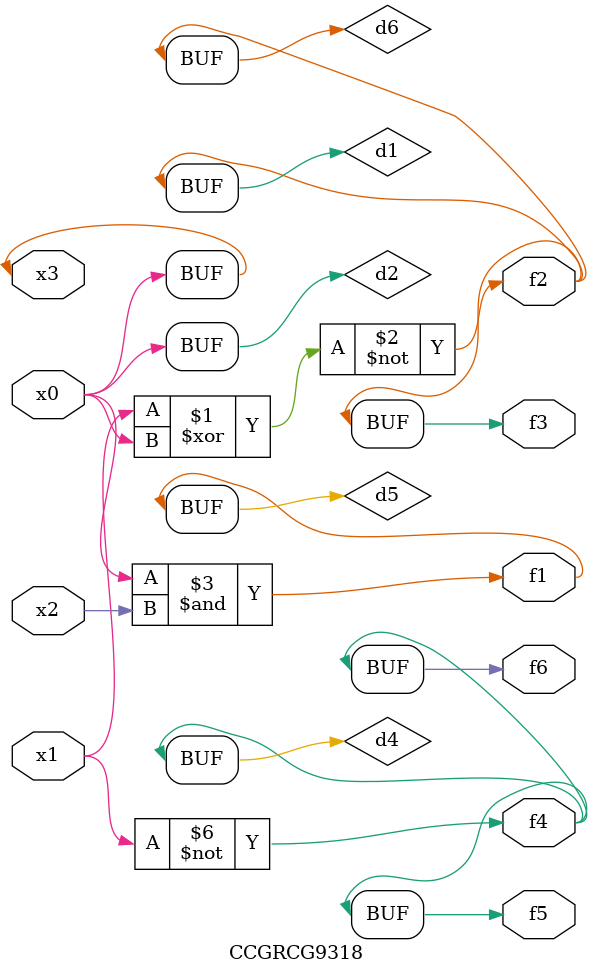
<source format=v>
module CCGRCG9318(
	input x0, x1, x2, x3,
	output f1, f2, f3, f4, f5, f6
);

	wire d1, d2, d3, d4, d5, d6;

	xnor (d1, x1, x3);
	buf (d2, x0, x3);
	nand (d3, x0, x2);
	not (d4, x1);
	nand (d5, d3);
	or (d6, d1);
	assign f1 = d5;
	assign f2 = d6;
	assign f3 = d6;
	assign f4 = d4;
	assign f5 = d4;
	assign f6 = d4;
endmodule

</source>
